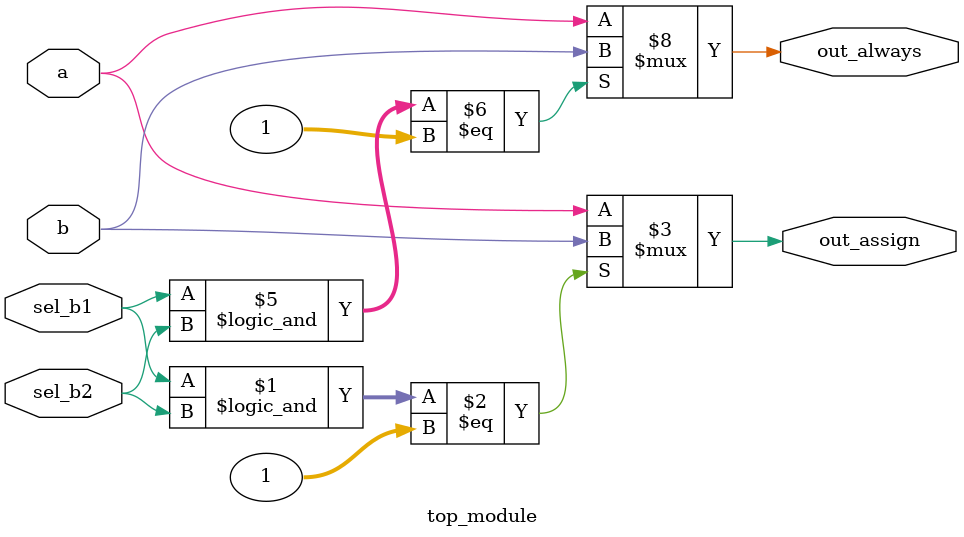
<source format=v>
module top_module(
    input a,
    input b,
    input sel_b1,
    input sel_b2,
    output wire out_assign,
    output reg out_always   ); 
	
    assign out_assign =( (sel_b1 && sel_b2) == 1 ) ? b : a;
    
    always @(*) begin
        if( (sel_b1 && sel_b2) == 1)
            out_always = b;
        else
            out_always = a;
    end
endmodule

</source>
